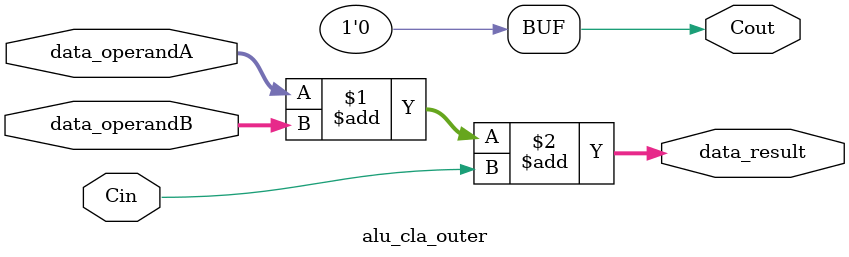
<source format=v>
module alu_cla_outer (data_operandA, data_operandB, Cin, data_result, Cout); 


    input [31:0] data_operandA, data_operandB;
    input Cin;
    output [31:0] data_result;
    output Cout;

    assign data_result = data_operandA + data_operandB + Cin;
    assign Cout = 1'b0;

// NOTE: COMMENTED OUT
    // wire [7:0] block_sum_1, block_sum_2, block_sum_3, block_sum_4;
    // wire [3:0] big_G, big_P;
    // wire [4:0] carry;

    // //////////// CALCULATE CARRIES

    // // l0
    // assign carry[0] = Cin;
    // // l1
    // wire c1;
    // and carry_and1(c1, big_P[0], carry[0]);
    // or carry_or1(carry[1], c1, big_G[0]);
    // // l2
    // wire c2, c3;
    // and carry_and2(c2, big_P[1], big_G[0]);
    // and carry_and3(c3, big_P[1], big_P[0], carry[0]);
    // or carry_or2(carry[2], big_G[1], c2, c3);
    // // l3
    // wire c4, c5, c6;
    // and carry_and6(c6, big_P[2], big_G[1]);
    // and carry_and4(c4, big_P[2], big_P[1], big_G[0]);
    // and carry_and5(c5, big_P[2], big_P[1], big_P[0], carry[0]);
    // or carry_or3(carry[3], big_G[2], c4, c5, c6);
    // // l4
    // wire c7, c8, c9, c10;
    // and carry_and7(c7, big_P[3], big_G[2]);
    // and carry_and8(c8, big_P[3], big_P[2], big_G[1]);
    // and carry_and9(c9, big_P[3], big_P[2], big_P[1], big_G[0]);
    // and carry_and10(c10, big_P[3], big_P[2], big_P[1], big_P[0], carry[0]);
    // or carry_or4(carry[4], big_G[3], c7, c8, c9, c10);

    // //////////// CALCULATE SUMS

    // // low 8 bits
    // alu_cla_inner lowest8(.data_operandA(data_operandA[7:0]), .data_operandB(data_operandB[7:0]),
    // .Cin(Cin), .data_result(data_result[7:0]), .Cout(carry[1]), .big_G(big_G[0]), .big_P(big_P[0]));

    // // low-med 8 bits
    // alu_cla_inner lowmed8(.data_operandA(data_operandA[15:8]), .data_operandB(data_operandB[15:8]),
    // .Cin(carry[1]), .data_result(data_result[15:8]), .Cout(carry[2]), .big_G(big_G[1]), .big_P(big_P[1]));

    // // hi-med 8 bits
    // alu_cla_inner himed8(.data_operandA(data_operandA[23:16]), .data_operandB(data_operandB[23:16]),
    // .Cin(carry[2]), .data_result(data_result[23:16]), .Cout(carry[3]), .big_G(big_G[2]), .big_P(big_P[2]));

    // // high 8 bits
    // alu_cla_inner highest8(.data_operandA(data_operandA[31:24]), .data_operandB(data_operandB[31:24]),
    // .Cin(carry[3]), .data_result(data_result[31:24]), .Cout(carry[4]), .big_G(big_G[3]), .big_P(big_P[3]));

    // // FINAL OUTPUTS
    // assign Cout = carry[4];

endmodule
</source>
